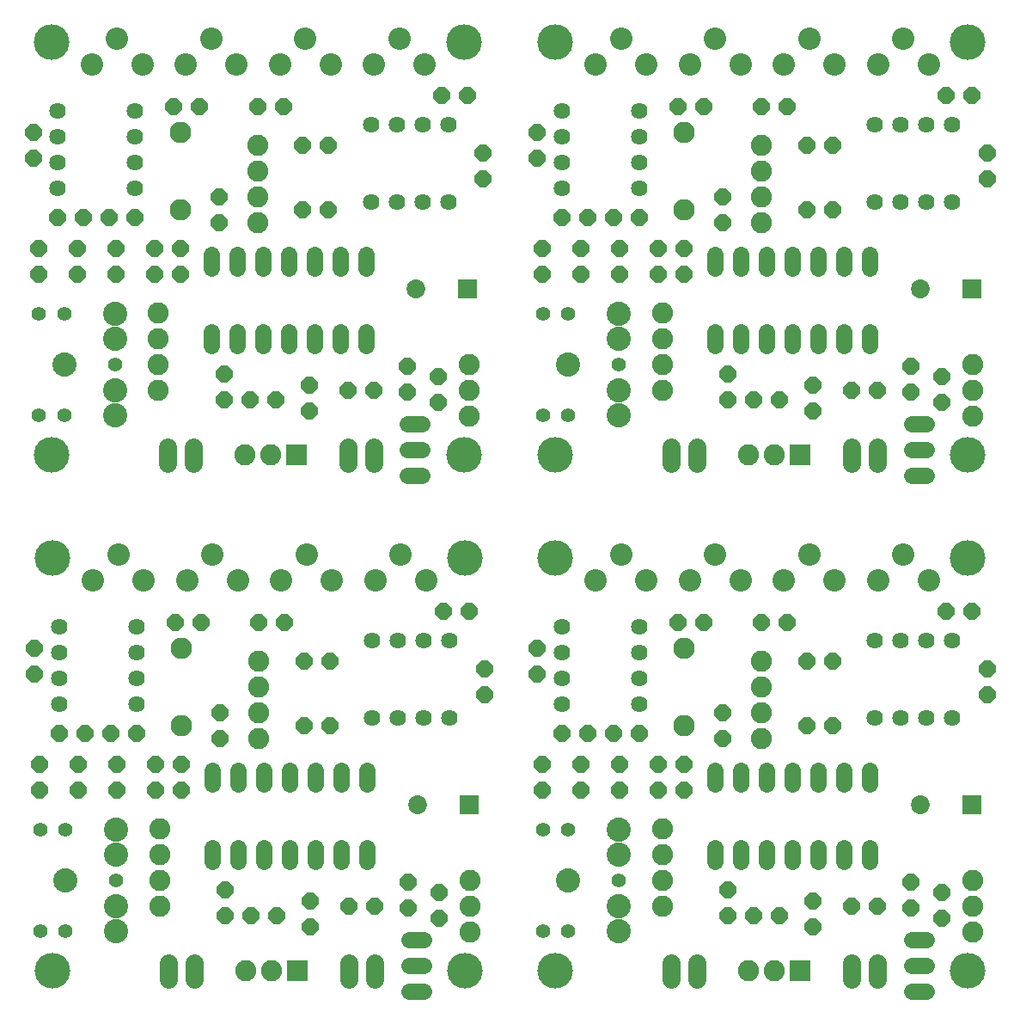
<source format=gts>
G75*
G70*
%OFA0B0*%
%FSLAX24Y24*%
%IPPOS*%
%LPD*%
%AMOC8*
5,1,8,0,0,1.08239X$1,22.5*
%
%ADD10OC8,0.0640*%
%ADD11C,0.0640*%
%ADD12C,0.0640*%
%ADD13C,0.0714*%
%ADD14R,0.0820X0.0820*%
%ADD15C,0.0820*%
%ADD16C,0.1380*%
%ADD17C,0.0830*%
%ADD18C,0.0940*%
%ADD19C,0.0552*%
%ADD20C,0.0730*%
%ADD21R,0.0730X0.0730*%
%ADD22C,0.0867*%
D10*
X006833Y014333D03*
X006833Y015333D03*
X007583Y016533D03*
X008583Y016533D03*
X009583Y016533D03*
X010583Y016533D03*
X009833Y015333D03*
X009833Y014333D03*
X008333Y014333D03*
X008333Y015333D03*
X011333Y015333D03*
X011333Y014333D03*
X012333Y014333D03*
X012333Y015333D03*
X013833Y016333D03*
X013833Y017333D03*
X017083Y016833D03*
X018083Y016833D03*
X018083Y019333D03*
X017083Y019333D03*
X016333Y020833D03*
X015333Y020833D03*
X013083Y020833D03*
X012083Y020833D03*
X006633Y019833D03*
X006633Y018833D03*
X014033Y010483D03*
X014033Y009483D03*
X015033Y009483D03*
X016033Y009483D03*
X017333Y009033D03*
X017333Y010033D03*
X018833Y009833D03*
X019833Y009833D03*
X021133Y009783D03*
X021133Y010783D03*
X022333Y010383D03*
X022333Y009383D03*
X026333Y014333D03*
X026333Y015333D03*
X027083Y016533D03*
X028083Y016533D03*
X029083Y016533D03*
X030083Y016533D03*
X029333Y015333D03*
X029333Y014333D03*
X027833Y014333D03*
X027833Y015333D03*
X030833Y015333D03*
X030833Y014333D03*
X031833Y014333D03*
X031833Y015333D03*
X033333Y016333D03*
X033333Y017333D03*
X036583Y016833D03*
X037583Y016833D03*
X037583Y019333D03*
X036583Y019333D03*
X035833Y020833D03*
X034833Y020833D03*
X032583Y020833D03*
X031583Y020833D03*
X026133Y019833D03*
X026133Y018833D03*
X024083Y019033D03*
X024083Y018033D03*
X023483Y021283D03*
X022483Y021283D03*
X022283Y029383D03*
X022283Y030383D03*
X021083Y030783D03*
X021083Y029783D03*
X019783Y029833D03*
X018783Y029833D03*
X017283Y030033D03*
X017283Y029033D03*
X015983Y029483D03*
X014983Y029483D03*
X013983Y029483D03*
X013983Y030483D03*
X012283Y034333D03*
X011283Y034333D03*
X011283Y035333D03*
X012283Y035333D03*
X013783Y036333D03*
X013783Y037333D03*
X017033Y036833D03*
X018033Y036833D03*
X018033Y039333D03*
X017033Y039333D03*
X016283Y040833D03*
X015283Y040833D03*
X013033Y040833D03*
X012033Y040833D03*
X010533Y036533D03*
X009533Y036533D03*
X008533Y036533D03*
X007533Y036533D03*
X006783Y035333D03*
X006783Y034333D03*
X008283Y034333D03*
X008283Y035333D03*
X009783Y035333D03*
X009783Y034333D03*
X006583Y038833D03*
X006583Y039833D03*
X022433Y041283D03*
X023433Y041283D03*
X024033Y039033D03*
X024033Y038033D03*
X026133Y038833D03*
X026133Y039833D03*
X027083Y036533D03*
X028083Y036533D03*
X029083Y036533D03*
X030083Y036533D03*
X029333Y035333D03*
X029333Y034333D03*
X027833Y034333D03*
X027833Y035333D03*
X026333Y035333D03*
X026333Y034333D03*
X030833Y034333D03*
X030833Y035333D03*
X031833Y035333D03*
X031833Y034333D03*
X033333Y036333D03*
X033333Y037333D03*
X036583Y036833D03*
X037583Y036833D03*
X037583Y039333D03*
X036583Y039333D03*
X035833Y040833D03*
X034833Y040833D03*
X032583Y040833D03*
X031583Y040833D03*
X041983Y041283D03*
X042983Y041283D03*
X043583Y039033D03*
X043583Y038033D03*
X040633Y030783D03*
X040633Y029783D03*
X041833Y029383D03*
X041833Y030383D03*
X039333Y029833D03*
X038333Y029833D03*
X036833Y030033D03*
X036833Y029033D03*
X035533Y029483D03*
X034533Y029483D03*
X033533Y029483D03*
X033533Y030483D03*
X041983Y021283D03*
X042983Y021283D03*
X043583Y019033D03*
X043583Y018033D03*
X040633Y010783D03*
X040633Y009783D03*
X041833Y009383D03*
X041833Y010383D03*
X039333Y009833D03*
X038333Y009833D03*
X036833Y010033D03*
X036833Y009033D03*
X035533Y009483D03*
X034533Y009483D03*
X033533Y009483D03*
X033533Y010483D03*
D11*
X039233Y017133D03*
X040233Y017133D03*
X041233Y017133D03*
X042233Y017133D03*
X042233Y020133D03*
X041233Y020133D03*
X040233Y020133D03*
X039233Y020133D03*
X030083Y019683D03*
X030083Y018683D03*
X030083Y017683D03*
X027083Y017683D03*
X027083Y018683D03*
X027083Y019683D03*
X027083Y020683D03*
X030083Y020683D03*
X022733Y020133D03*
X021733Y020133D03*
X020733Y020133D03*
X019733Y020133D03*
X019733Y017133D03*
X020733Y017133D03*
X021733Y017133D03*
X022733Y017133D03*
X010583Y017683D03*
X010583Y018683D03*
X010583Y019683D03*
X010583Y020683D03*
X007583Y020683D03*
X007583Y019683D03*
X007583Y018683D03*
X007583Y017683D03*
X019683Y037133D03*
X020683Y037133D03*
X021683Y037133D03*
X022683Y037133D03*
X022683Y040133D03*
X021683Y040133D03*
X020683Y040133D03*
X019683Y040133D03*
X027083Y039683D03*
X027083Y038683D03*
X027083Y037683D03*
X027083Y040683D03*
X030083Y040683D03*
X030083Y039683D03*
X030083Y038683D03*
X030083Y037683D03*
X039233Y037133D03*
X040233Y037133D03*
X041233Y037133D03*
X042233Y037133D03*
X042233Y040133D03*
X041233Y040133D03*
X040233Y040133D03*
X039233Y040133D03*
X010533Y039683D03*
X010533Y038683D03*
X010533Y037683D03*
X007533Y037683D03*
X007533Y038683D03*
X007533Y039683D03*
X007533Y040683D03*
X010533Y040683D03*
D12*
X013483Y035113D02*
X013483Y034553D01*
X014483Y034553D02*
X014483Y035113D01*
X015483Y035113D02*
X015483Y034553D01*
X016483Y034553D02*
X016483Y035113D01*
X017483Y035113D02*
X017483Y034553D01*
X018483Y034553D02*
X018483Y035113D01*
X019483Y035113D02*
X019483Y034553D01*
X019483Y032113D02*
X019483Y031553D01*
X018483Y031553D02*
X018483Y032113D01*
X017483Y032113D02*
X017483Y031553D01*
X016483Y031553D02*
X016483Y032113D01*
X015483Y032113D02*
X015483Y031553D01*
X014483Y031553D02*
X014483Y032113D01*
X013483Y032113D02*
X013483Y031553D01*
X021103Y028533D02*
X021663Y028533D01*
X021663Y027533D02*
X021103Y027533D01*
X021103Y026533D02*
X021663Y026533D01*
X019533Y015113D02*
X019533Y014553D01*
X018533Y014553D02*
X018533Y015113D01*
X017533Y015113D02*
X017533Y014553D01*
X016533Y014553D02*
X016533Y015113D01*
X015533Y015113D02*
X015533Y014553D01*
X014533Y014553D02*
X014533Y015113D01*
X013533Y015113D02*
X013533Y014553D01*
X013533Y012113D02*
X013533Y011553D01*
X014533Y011553D02*
X014533Y012113D01*
X015533Y012113D02*
X015533Y011553D01*
X016533Y011553D02*
X016533Y012113D01*
X017533Y012113D02*
X017533Y011553D01*
X018533Y011553D02*
X018533Y012113D01*
X019533Y012113D02*
X019533Y011553D01*
X021153Y008533D02*
X021713Y008533D01*
X021713Y007533D02*
X021153Y007533D01*
X021153Y006533D02*
X021713Y006533D01*
X033033Y011553D02*
X033033Y012113D01*
X034033Y012113D02*
X034033Y011553D01*
X035033Y011553D02*
X035033Y012113D01*
X036033Y012113D02*
X036033Y011553D01*
X037033Y011553D02*
X037033Y012113D01*
X038033Y012113D02*
X038033Y011553D01*
X039033Y011553D02*
X039033Y012113D01*
X039033Y014553D02*
X039033Y015113D01*
X038033Y015113D02*
X038033Y014553D01*
X037033Y014553D02*
X037033Y015113D01*
X036033Y015113D02*
X036033Y014553D01*
X035033Y014553D02*
X035033Y015113D01*
X034033Y015113D02*
X034033Y014553D01*
X033033Y014553D02*
X033033Y015113D01*
X040653Y008533D02*
X041213Y008533D01*
X041213Y007533D02*
X040653Y007533D01*
X040653Y006533D02*
X041213Y006533D01*
X041213Y026533D02*
X040653Y026533D01*
X040653Y027533D02*
X041213Y027533D01*
X041213Y028533D02*
X040653Y028533D01*
X039033Y031553D02*
X039033Y032113D01*
X038033Y032113D02*
X038033Y031553D01*
X037033Y031553D02*
X037033Y032113D01*
X036033Y032113D02*
X036033Y031553D01*
X035033Y031553D02*
X035033Y032113D01*
X034033Y032113D02*
X034033Y031553D01*
X033033Y031553D02*
X033033Y032113D01*
X033033Y034553D02*
X033033Y035113D01*
X034033Y035113D02*
X034033Y034553D01*
X035033Y034553D02*
X035033Y035113D01*
X036033Y035113D02*
X036033Y034553D01*
X037033Y034553D02*
X037033Y035113D01*
X038033Y035113D02*
X038033Y034553D01*
X039033Y034553D02*
X039033Y035113D01*
D13*
X039333Y027650D02*
X039333Y027016D01*
X038333Y027016D02*
X038333Y027650D01*
X032333Y027650D02*
X032333Y027016D01*
X031333Y027016D02*
X031333Y027650D01*
X019783Y027650D02*
X019783Y027016D01*
X018783Y027016D02*
X018783Y027650D01*
X012783Y027650D02*
X012783Y027016D01*
X011783Y027016D02*
X011783Y027650D01*
X011833Y007650D02*
X011833Y007016D01*
X012833Y007016D02*
X012833Y007650D01*
X018833Y007650D02*
X018833Y007016D01*
X019833Y007016D02*
X019833Y007650D01*
X031333Y007650D02*
X031333Y007016D01*
X032333Y007016D02*
X032333Y007650D01*
X038333Y007650D02*
X038333Y007016D01*
X039333Y007016D02*
X039333Y007650D01*
D14*
X036333Y007333D03*
X016833Y007333D03*
X016783Y027333D03*
X036333Y027333D03*
D15*
X035333Y027333D03*
X034333Y027333D03*
X030983Y029833D03*
X030983Y030833D03*
X030983Y031833D03*
X030983Y032833D03*
X034833Y036333D03*
X034833Y037333D03*
X034833Y038333D03*
X034833Y039333D03*
X043033Y030833D03*
X043033Y029833D03*
X043033Y028833D03*
X034833Y019333D03*
X034833Y018333D03*
X034833Y017333D03*
X034833Y016333D03*
X030983Y012833D03*
X030983Y011833D03*
X030983Y010833D03*
X030983Y009833D03*
X034333Y007333D03*
X035333Y007333D03*
X043033Y008833D03*
X043033Y009833D03*
X043033Y010833D03*
X023533Y010833D03*
X023533Y009833D03*
X023533Y008833D03*
X015833Y007333D03*
X014833Y007333D03*
X011483Y009833D03*
X011483Y010833D03*
X011483Y011833D03*
X011483Y012833D03*
X015333Y016333D03*
X015333Y017333D03*
X015333Y018333D03*
X015333Y019333D03*
X015783Y027333D03*
X014783Y027333D03*
X011433Y029833D03*
X011433Y030833D03*
X011433Y031833D03*
X011433Y032833D03*
X015283Y036333D03*
X015283Y037333D03*
X015283Y038333D03*
X015283Y039333D03*
X023483Y030833D03*
X023483Y029833D03*
X023483Y028833D03*
D16*
X007333Y007333D03*
X007333Y023333D03*
X007283Y027333D03*
X007283Y043333D03*
X023283Y043333D03*
X026833Y043333D03*
X026833Y027333D03*
X023283Y027333D03*
X023333Y023333D03*
X026833Y023333D03*
X026833Y007333D03*
X023333Y007333D03*
X042833Y007333D03*
X042833Y023333D03*
X042833Y027333D03*
X042833Y043333D03*
D17*
X031833Y039833D03*
X031833Y036833D03*
X031833Y019833D03*
X031833Y016833D03*
X012333Y016833D03*
X012333Y019833D03*
X012283Y036833D03*
X012283Y039833D03*
D18*
X009752Y032802D03*
X009752Y031818D03*
X009752Y029849D03*
X009752Y028865D03*
X007783Y030833D03*
X009802Y012802D03*
X009802Y011818D03*
X009802Y009849D03*
X009802Y008865D03*
X007833Y010833D03*
X027333Y010833D03*
X029302Y009849D03*
X029302Y008865D03*
X029302Y011818D03*
X029302Y012802D03*
X029302Y028865D03*
X029302Y029849D03*
X029302Y031818D03*
X029302Y032802D03*
X027333Y030833D03*
D19*
X027333Y028865D03*
X026349Y028865D03*
X029302Y030833D03*
X027333Y032802D03*
X026349Y032802D03*
X009752Y030833D03*
X007783Y028865D03*
X006799Y028865D03*
X006799Y032802D03*
X007783Y032802D03*
X007833Y012802D03*
X006849Y012802D03*
X009802Y010833D03*
X007833Y008865D03*
X006849Y008865D03*
X026349Y008865D03*
X027333Y008865D03*
X029302Y010833D03*
X027333Y012802D03*
X026349Y012802D03*
D20*
X021483Y013783D03*
X040983Y013783D03*
X040983Y033783D03*
X021433Y033783D03*
D21*
X023433Y033783D03*
X042983Y033783D03*
X042983Y013783D03*
X023483Y013783D03*
D22*
X021818Y022483D03*
X020833Y023468D03*
X019849Y022483D03*
X018168Y022483D03*
X017183Y023468D03*
X016199Y022483D03*
X014518Y022483D03*
X013533Y023468D03*
X012549Y022483D03*
X010868Y022483D03*
X009883Y023468D03*
X008899Y022483D03*
X028399Y022483D03*
X029383Y023468D03*
X030368Y022483D03*
X032049Y022483D03*
X033033Y023468D03*
X034018Y022483D03*
X035699Y022483D03*
X036683Y023468D03*
X037668Y022483D03*
X039349Y022483D03*
X040333Y023468D03*
X041318Y022483D03*
X041318Y042483D03*
X040333Y043468D03*
X039349Y042483D03*
X037668Y042483D03*
X036683Y043468D03*
X035699Y042483D03*
X034018Y042483D03*
X033033Y043468D03*
X032049Y042483D03*
X030368Y042483D03*
X029383Y043468D03*
X028399Y042483D03*
X021768Y042483D03*
X020783Y043468D03*
X019799Y042483D03*
X018118Y042483D03*
X017133Y043468D03*
X016149Y042483D03*
X014468Y042483D03*
X013483Y043468D03*
X012499Y042483D03*
X010818Y042483D03*
X009833Y043468D03*
X008849Y042483D03*
M02*

</source>
